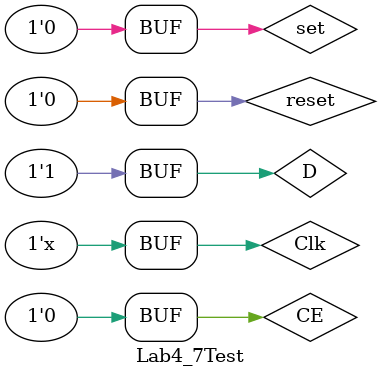
<source format=v>
`timescale 1ns / 1ps
module Lab4_7Test();
    // Inputs
    reg Clk;
    reg CE;
    reg reset;
    reg D;
    reg set;

    // Outputs
    wire Q;

    // Instantiate the Unit Under Test (UUT)
    Lab4_DSynch_clock uut (
        .Clk(Clk), 
        .CE(CE), 
        .reset(reset), 
        .D(D), 
        .set(set), 
        .Q(Q)
    );

//Clock generation with 100 MHz frequency.
    initial Clk = 0;
    always #10 Clk =~Clk;
    
    initial begin
        //Initialize inputs.
        CE = 0;
        reset = 0;
        D = 0;
        set = 0;
        #100;
        //Apply the inputs.
        D=1;
        reset = 1; #100;
        reset = 0; #100;
        set = 1; #100;
        set = 0; #100;
        CE = 1; #100;
        D = 0;  #100;
        CE = 0; #100;
        D = 1;  #100;
        set = 1; #100;
        set = 0; #100;
    end
endmodule

</source>
